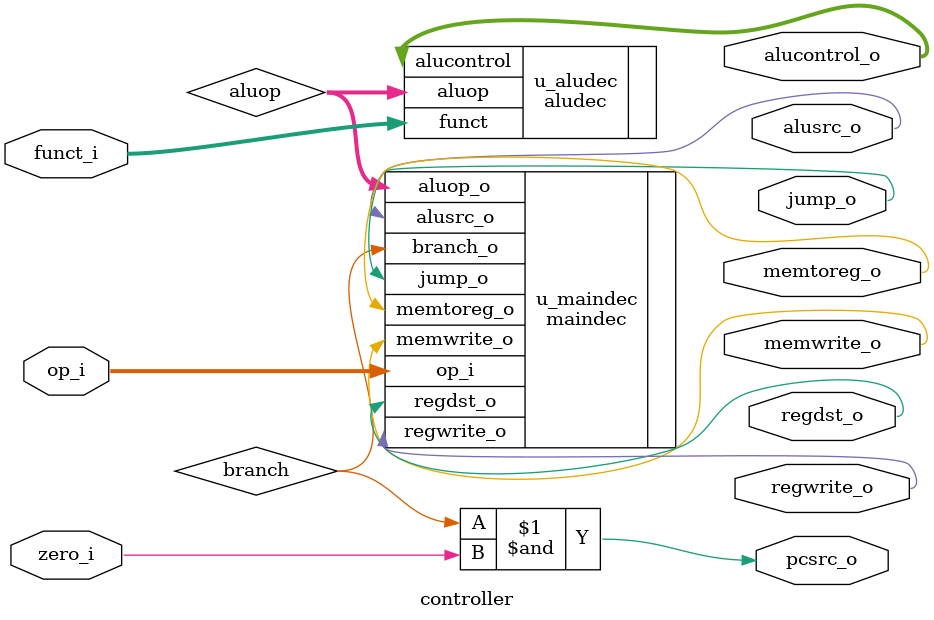
<source format=v>
`timescale 1ns / 1ps


 module controller(
	input		[5:0] 	op_i,
	input		[5:0] 	funct_i,
	input 				zero_i,
	output				memtoreg_o,
	output				memwrite_o,
	output				pcsrc_o,
	output				alusrc_o,
	output				regdst_o,
	output				regwrite_o,
	output				jump_o,
	output		[2:0] 	alucontrol_o
    );

	wire		[1:0] 	aluop;
	wire 				branch;

	maindec u_maindec(
		.op_i       (op_i       ),
		.memtoreg_o (memtoreg_o ),
		.memwrite_o (memwrite_o ),
		.branch_o   (branch     ),
		.alusrc_o   (alusrc_o   ),
		.regdst_o   (regdst_o   ),
		.regwrite_o (regwrite_o ),
		.jump_o     (jump_o     ),
		.aluop_o    (aluop      )
	);
	
	aludec u_aludec(
		.funct    	(funct_i      ),
		.aluop    	(aluop        ),
		.alucontrol	(alucontrol_o )
	);

	assign pcsrc_o = branch & zero_i;
endmodule

</source>
